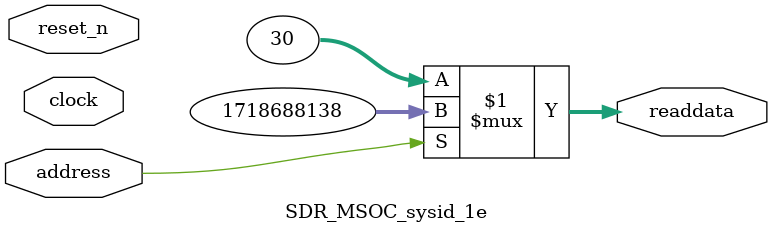
<source format=v>



// synthesis translate_off
`timescale 1ns / 1ps
// synthesis translate_on

// turn off superfluous verilog processor warnings 
// altera message_level Level1 
// altera message_off 10034 10035 10036 10037 10230 10240 10030 

module SDR_MSOC_sysid_1e (
               // inputs:
                address,
                clock,
                reset_n,

               // outputs:
                readdata
             )
;

  output  [ 31: 0] readdata;
  input            address;
  input            clock;
  input            reset_n;

  wire    [ 31: 0] readdata;
  //control_slave, which is an e_avalon_slave
  assign readdata = address ? 1718688138 : 30;

endmodule



</source>
